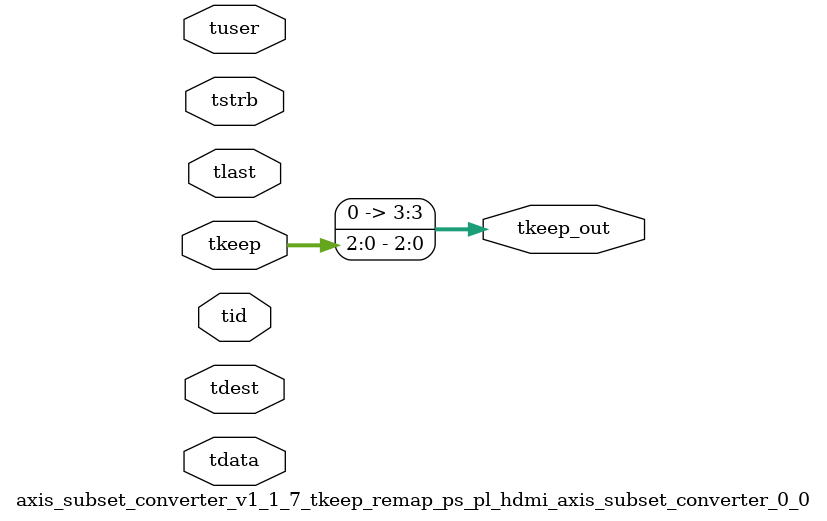
<source format=v>


`timescale 1ps/1ps

module axis_subset_converter_v1_1_7_tkeep_remap_ps_pl_hdmi_axis_subset_converter_0_0 #
(
parameter C_S_AXIS_TDATA_WIDTH = 32,
parameter C_S_AXIS_TUSER_WIDTH = 0,
parameter C_S_AXIS_TID_WIDTH   = 0,
parameter C_S_AXIS_TDEST_WIDTH = 0,
parameter C_M_AXIS_TDATA_WIDTH = 32
)
(
input  [(C_S_AXIS_TDATA_WIDTH == 0 ? 1 : C_S_AXIS_TDATA_WIDTH)-1:0     ] tdata,
input  [(C_S_AXIS_TUSER_WIDTH == 0 ? 1 : C_S_AXIS_TUSER_WIDTH)-1:0     ] tuser,
input  [(C_S_AXIS_TID_WIDTH   == 0 ? 1 : C_S_AXIS_TID_WIDTH)-1:0       ] tid,
input  [(C_S_AXIS_TDEST_WIDTH == 0 ? 1 : C_S_AXIS_TDEST_WIDTH)-1:0     ] tdest,
input  [(C_S_AXIS_TDATA_WIDTH/8)-1:0 ] tkeep,
input  [(C_S_AXIS_TDATA_WIDTH/8)-1:0 ] tstrb,
input                                                                    tlast,
output [(C_M_AXIS_TDATA_WIDTH/8)-1:0 ] tkeep_out
);

assign tkeep_out = {tkeep[2:0]};

endmodule


</source>
